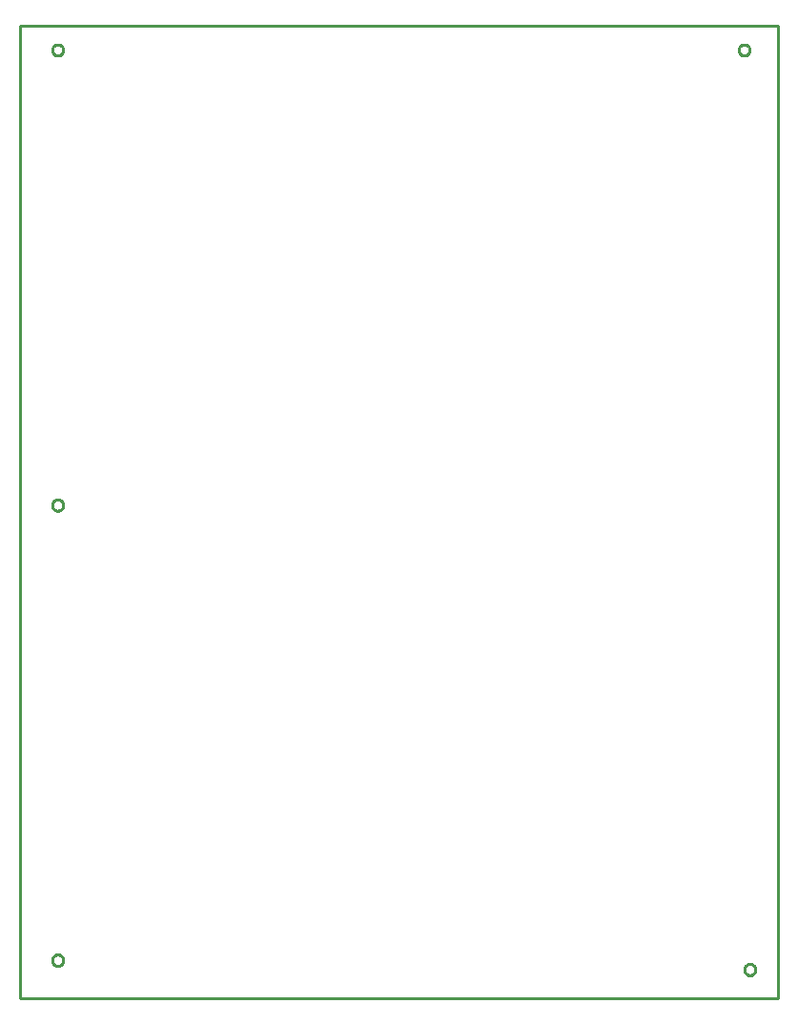
<source format=gbr>
G04 EAGLE Gerber RS-274X export*
G75*
%MOIN*%
%FSLAX34Y34*%
%LPD*%
%IN*%
%IPPOS*%
%AMOC8*
5,1,8,0,0,1.08239X$1,22.5*%
G01*
%ADD10C,0.010000*%


D10*
X36000Y3000D02*
X62492Y3000D01*
X62492Y37000D01*
X36000Y37000D01*
X36000Y3000D01*
X61497Y36139D02*
X61494Y36117D01*
X61489Y36095D01*
X61482Y36075D01*
X61473Y36055D01*
X61461Y36036D01*
X61447Y36019D01*
X61431Y36003D01*
X61414Y35989D01*
X61395Y35977D01*
X61375Y35968D01*
X61355Y35961D01*
X61333Y35956D01*
X61311Y35953D01*
X61289Y35953D01*
X61267Y35956D01*
X61245Y35961D01*
X61225Y35968D01*
X61205Y35977D01*
X61186Y35989D01*
X61169Y36003D01*
X61153Y36019D01*
X61139Y36036D01*
X61127Y36055D01*
X61118Y36075D01*
X61111Y36095D01*
X61106Y36117D01*
X61103Y36139D01*
X61103Y36161D01*
X61106Y36183D01*
X61111Y36205D01*
X61118Y36225D01*
X61127Y36245D01*
X61139Y36264D01*
X61153Y36281D01*
X61169Y36297D01*
X61186Y36311D01*
X61205Y36323D01*
X61225Y36332D01*
X61245Y36339D01*
X61267Y36344D01*
X61289Y36347D01*
X61311Y36347D01*
X61333Y36344D01*
X61355Y36339D01*
X61375Y36332D01*
X61395Y36323D01*
X61414Y36311D01*
X61431Y36297D01*
X61447Y36281D01*
X61461Y36264D01*
X61473Y36245D01*
X61482Y36225D01*
X61489Y36205D01*
X61494Y36183D01*
X61497Y36161D01*
X61497Y36139D01*
X37497Y20226D02*
X37494Y20204D01*
X37489Y20183D01*
X37482Y20162D01*
X37473Y20142D01*
X37461Y20123D01*
X37447Y20106D01*
X37431Y20090D01*
X37414Y20077D01*
X37395Y20065D01*
X37375Y20055D01*
X37355Y20048D01*
X37333Y20043D01*
X37311Y20041D01*
X37289Y20041D01*
X37267Y20043D01*
X37245Y20048D01*
X37225Y20055D01*
X37205Y20065D01*
X37186Y20077D01*
X37169Y20090D01*
X37153Y20106D01*
X37139Y20123D01*
X37127Y20142D01*
X37118Y20162D01*
X37111Y20183D01*
X37106Y20204D01*
X37103Y20226D01*
X37103Y20249D01*
X37106Y20271D01*
X37111Y20292D01*
X37118Y20313D01*
X37127Y20333D01*
X37139Y20352D01*
X37153Y20369D01*
X37169Y20385D01*
X37186Y20398D01*
X37205Y20410D01*
X37225Y20420D01*
X37245Y20427D01*
X37267Y20432D01*
X37289Y20434D01*
X37311Y20434D01*
X37333Y20432D01*
X37355Y20427D01*
X37375Y20420D01*
X37395Y20410D01*
X37414Y20398D01*
X37431Y20385D01*
X37447Y20369D01*
X37461Y20352D01*
X37473Y20333D01*
X37482Y20313D01*
X37489Y20292D01*
X37494Y20271D01*
X37497Y20249D01*
X37497Y20226D01*
X37497Y36139D02*
X37494Y36117D01*
X37489Y36095D01*
X37482Y36075D01*
X37473Y36055D01*
X37461Y36036D01*
X37447Y36019D01*
X37431Y36003D01*
X37414Y35989D01*
X37395Y35977D01*
X37375Y35968D01*
X37355Y35961D01*
X37333Y35956D01*
X37311Y35953D01*
X37289Y35953D01*
X37267Y35956D01*
X37245Y35961D01*
X37225Y35968D01*
X37205Y35977D01*
X37186Y35989D01*
X37169Y36003D01*
X37153Y36019D01*
X37139Y36036D01*
X37127Y36055D01*
X37118Y36075D01*
X37111Y36095D01*
X37106Y36117D01*
X37103Y36139D01*
X37103Y36161D01*
X37106Y36183D01*
X37111Y36205D01*
X37118Y36225D01*
X37127Y36245D01*
X37139Y36264D01*
X37153Y36281D01*
X37169Y36297D01*
X37186Y36311D01*
X37205Y36323D01*
X37225Y36332D01*
X37245Y36339D01*
X37267Y36344D01*
X37289Y36347D01*
X37311Y36347D01*
X37333Y36344D01*
X37355Y36339D01*
X37375Y36332D01*
X37395Y36323D01*
X37414Y36311D01*
X37431Y36297D01*
X37447Y36281D01*
X37461Y36264D01*
X37473Y36245D01*
X37482Y36225D01*
X37489Y36205D01*
X37494Y36183D01*
X37497Y36161D01*
X37497Y36139D01*
X37497Y4314D02*
X37494Y4292D01*
X37489Y4270D01*
X37482Y4250D01*
X37473Y4230D01*
X37461Y4211D01*
X37447Y4194D01*
X37431Y4178D01*
X37414Y4164D01*
X37395Y4152D01*
X37375Y4143D01*
X37355Y4136D01*
X37333Y4131D01*
X37311Y4128D01*
X37289Y4128D01*
X37267Y4131D01*
X37245Y4136D01*
X37225Y4143D01*
X37205Y4152D01*
X37186Y4164D01*
X37169Y4178D01*
X37153Y4194D01*
X37139Y4211D01*
X37127Y4230D01*
X37118Y4250D01*
X37111Y4270D01*
X37106Y4292D01*
X37103Y4314D01*
X37103Y4336D01*
X37106Y4358D01*
X37111Y4380D01*
X37118Y4400D01*
X37127Y4420D01*
X37139Y4439D01*
X37153Y4456D01*
X37169Y4472D01*
X37186Y4486D01*
X37205Y4498D01*
X37225Y4507D01*
X37245Y4514D01*
X37267Y4519D01*
X37289Y4522D01*
X37311Y4522D01*
X37333Y4519D01*
X37355Y4514D01*
X37375Y4507D01*
X37395Y4498D01*
X37414Y4486D01*
X37431Y4472D01*
X37447Y4456D01*
X37461Y4439D01*
X37473Y4420D01*
X37482Y4400D01*
X37489Y4380D01*
X37494Y4358D01*
X37497Y4336D01*
X37497Y4314D01*
X61697Y3989D02*
X61694Y3967D01*
X61689Y3945D01*
X61682Y3925D01*
X61673Y3905D01*
X61661Y3886D01*
X61647Y3869D01*
X61631Y3853D01*
X61614Y3839D01*
X61595Y3827D01*
X61575Y3818D01*
X61555Y3811D01*
X61533Y3806D01*
X61511Y3803D01*
X61489Y3803D01*
X61467Y3806D01*
X61445Y3811D01*
X61425Y3818D01*
X61405Y3827D01*
X61386Y3839D01*
X61369Y3853D01*
X61353Y3869D01*
X61339Y3886D01*
X61327Y3905D01*
X61318Y3925D01*
X61311Y3945D01*
X61306Y3967D01*
X61303Y3989D01*
X61303Y4011D01*
X61306Y4033D01*
X61311Y4055D01*
X61318Y4075D01*
X61327Y4095D01*
X61339Y4114D01*
X61353Y4131D01*
X61369Y4147D01*
X61386Y4161D01*
X61405Y4173D01*
X61425Y4182D01*
X61445Y4189D01*
X61467Y4194D01*
X61489Y4197D01*
X61511Y4197D01*
X61533Y4194D01*
X61555Y4189D01*
X61575Y4182D01*
X61595Y4173D01*
X61614Y4161D01*
X61631Y4147D01*
X61647Y4131D01*
X61661Y4114D01*
X61673Y4095D01*
X61682Y4075D01*
X61689Y4055D01*
X61694Y4033D01*
X61697Y4011D01*
X61697Y3989D01*
M02*

</source>
